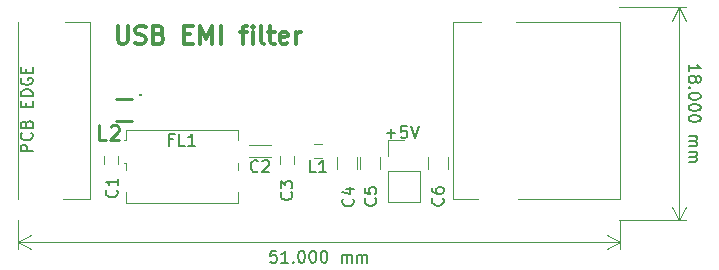
<source format=gbr>
G04 #@! TF.GenerationSoftware,KiCad,Pcbnew,(5.1.0-11-g23086decc)*
G04 #@! TF.CreationDate,2019-04-24T18:44:19+02:00*
G04 #@! TF.ProjectId,USB-EMI-Filter,5553422d-454d-4492-9d46-696c7465722e,rev?*
G04 #@! TF.SameCoordinates,Original*
G04 #@! TF.FileFunction,Legend,Top*
G04 #@! TF.FilePolarity,Positive*
%FSLAX46Y46*%
G04 Gerber Fmt 4.6, Leading zero omitted, Abs format (unit mm)*
G04 Created by KiCad (PCBNEW (5.1.0-11-g23086decc)) date 2019-04-24 18:44:19*
%MOMM*%
%LPD*%
G04 APERTURE LIST*
%ADD10C,0.150000*%
%ADD11C,0.120000*%
%ADD12C,0.200000*%
%ADD13C,0.300000*%
%ADD14C,0.254000*%
G04 APERTURE END LIST*
D10*
X147880952Y-129122380D02*
X147404761Y-129122380D01*
X147357142Y-129598571D01*
X147404761Y-129550952D01*
X147500000Y-129503333D01*
X147738095Y-129503333D01*
X147833333Y-129550952D01*
X147880952Y-129598571D01*
X147928571Y-129693809D01*
X147928571Y-129931904D01*
X147880952Y-130027142D01*
X147833333Y-130074761D01*
X147738095Y-130122380D01*
X147500000Y-130122380D01*
X147404761Y-130074761D01*
X147357142Y-130027142D01*
X148880952Y-130122380D02*
X148309523Y-130122380D01*
X148595238Y-130122380D02*
X148595238Y-129122380D01*
X148500000Y-129265238D01*
X148404761Y-129360476D01*
X148309523Y-129408095D01*
X149309523Y-130027142D02*
X149357142Y-130074761D01*
X149309523Y-130122380D01*
X149261904Y-130074761D01*
X149309523Y-130027142D01*
X149309523Y-130122380D01*
X149976190Y-129122380D02*
X150071428Y-129122380D01*
X150166666Y-129170000D01*
X150214285Y-129217619D01*
X150261904Y-129312857D01*
X150309523Y-129503333D01*
X150309523Y-129741428D01*
X150261904Y-129931904D01*
X150214285Y-130027142D01*
X150166666Y-130074761D01*
X150071428Y-130122380D01*
X149976190Y-130122380D01*
X149880952Y-130074761D01*
X149833333Y-130027142D01*
X149785714Y-129931904D01*
X149738095Y-129741428D01*
X149738095Y-129503333D01*
X149785714Y-129312857D01*
X149833333Y-129217619D01*
X149880952Y-129170000D01*
X149976190Y-129122380D01*
X150928571Y-129122380D02*
X151023809Y-129122380D01*
X151119047Y-129170000D01*
X151166666Y-129217619D01*
X151214285Y-129312857D01*
X151261904Y-129503333D01*
X151261904Y-129741428D01*
X151214285Y-129931904D01*
X151166666Y-130027142D01*
X151119047Y-130074761D01*
X151023809Y-130122380D01*
X150928571Y-130122380D01*
X150833333Y-130074761D01*
X150785714Y-130027142D01*
X150738095Y-129931904D01*
X150690476Y-129741428D01*
X150690476Y-129503333D01*
X150738095Y-129312857D01*
X150785714Y-129217619D01*
X150833333Y-129170000D01*
X150928571Y-129122380D01*
X151880952Y-129122380D02*
X151976190Y-129122380D01*
X152071428Y-129170000D01*
X152119047Y-129217619D01*
X152166666Y-129312857D01*
X152214285Y-129503333D01*
X152214285Y-129741428D01*
X152166666Y-129931904D01*
X152119047Y-130027142D01*
X152071428Y-130074761D01*
X151976190Y-130122380D01*
X151880952Y-130122380D01*
X151785714Y-130074761D01*
X151738095Y-130027142D01*
X151690476Y-129931904D01*
X151642857Y-129741428D01*
X151642857Y-129503333D01*
X151690476Y-129312857D01*
X151738095Y-129217619D01*
X151785714Y-129170000D01*
X151880952Y-129122380D01*
X153404761Y-130122380D02*
X153404761Y-129455714D01*
X153404761Y-129550952D02*
X153452380Y-129503333D01*
X153547619Y-129455714D01*
X153690476Y-129455714D01*
X153785714Y-129503333D01*
X153833333Y-129598571D01*
X153833333Y-130122380D01*
X153833333Y-129598571D02*
X153880952Y-129503333D01*
X153976190Y-129455714D01*
X154119047Y-129455714D01*
X154214285Y-129503333D01*
X154261904Y-129598571D01*
X154261904Y-130122380D01*
X154738095Y-130122380D02*
X154738095Y-129455714D01*
X154738095Y-129550952D02*
X154785714Y-129503333D01*
X154880952Y-129455714D01*
X155023809Y-129455714D01*
X155119047Y-129503333D01*
X155166666Y-129598571D01*
X155166666Y-130122380D01*
X155166666Y-129598571D02*
X155214285Y-129503333D01*
X155309523Y-129455714D01*
X155452380Y-129455714D01*
X155547619Y-129503333D01*
X155595238Y-129598571D01*
X155595238Y-130122380D01*
D11*
X177000000Y-128400000D02*
X126000000Y-128400000D01*
X177000000Y-126500000D02*
X177000000Y-128986421D01*
X126000000Y-126500000D02*
X126000000Y-128986421D01*
X126000000Y-128400000D02*
X127126504Y-127813579D01*
X126000000Y-128400000D02*
X127126504Y-128986421D01*
X177000000Y-128400000D02*
X175873496Y-127813579D01*
X177000000Y-128400000D02*
X175873496Y-128986421D01*
D10*
X182817619Y-113928571D02*
X182817619Y-113357142D01*
X182817619Y-113642857D02*
X183817619Y-113642857D01*
X183674761Y-113547619D01*
X183579523Y-113452380D01*
X183531904Y-113357142D01*
X183389047Y-114500000D02*
X183436666Y-114404761D01*
X183484285Y-114357142D01*
X183579523Y-114309523D01*
X183627142Y-114309523D01*
X183722380Y-114357142D01*
X183770000Y-114404761D01*
X183817619Y-114500000D01*
X183817619Y-114690476D01*
X183770000Y-114785714D01*
X183722380Y-114833333D01*
X183627142Y-114880952D01*
X183579523Y-114880952D01*
X183484285Y-114833333D01*
X183436666Y-114785714D01*
X183389047Y-114690476D01*
X183389047Y-114500000D01*
X183341428Y-114404761D01*
X183293809Y-114357142D01*
X183198571Y-114309523D01*
X183008095Y-114309523D01*
X182912857Y-114357142D01*
X182865238Y-114404761D01*
X182817619Y-114500000D01*
X182817619Y-114690476D01*
X182865238Y-114785714D01*
X182912857Y-114833333D01*
X183008095Y-114880952D01*
X183198571Y-114880952D01*
X183293809Y-114833333D01*
X183341428Y-114785714D01*
X183389047Y-114690476D01*
X182912857Y-115309523D02*
X182865238Y-115357142D01*
X182817619Y-115309523D01*
X182865238Y-115261904D01*
X182912857Y-115309523D01*
X182817619Y-115309523D01*
X183817619Y-115976190D02*
X183817619Y-116071428D01*
X183770000Y-116166666D01*
X183722380Y-116214285D01*
X183627142Y-116261904D01*
X183436666Y-116309523D01*
X183198571Y-116309523D01*
X183008095Y-116261904D01*
X182912857Y-116214285D01*
X182865238Y-116166666D01*
X182817619Y-116071428D01*
X182817619Y-115976190D01*
X182865238Y-115880952D01*
X182912857Y-115833333D01*
X183008095Y-115785714D01*
X183198571Y-115738095D01*
X183436666Y-115738095D01*
X183627142Y-115785714D01*
X183722380Y-115833333D01*
X183770000Y-115880952D01*
X183817619Y-115976190D01*
X183817619Y-116928571D02*
X183817619Y-117023809D01*
X183770000Y-117119047D01*
X183722380Y-117166666D01*
X183627142Y-117214285D01*
X183436666Y-117261904D01*
X183198571Y-117261904D01*
X183008095Y-117214285D01*
X182912857Y-117166666D01*
X182865238Y-117119047D01*
X182817619Y-117023809D01*
X182817619Y-116928571D01*
X182865238Y-116833333D01*
X182912857Y-116785714D01*
X183008095Y-116738095D01*
X183198571Y-116690476D01*
X183436666Y-116690476D01*
X183627142Y-116738095D01*
X183722380Y-116785714D01*
X183770000Y-116833333D01*
X183817619Y-116928571D01*
X183817619Y-117880952D02*
X183817619Y-117976190D01*
X183770000Y-118071428D01*
X183722380Y-118119047D01*
X183627142Y-118166666D01*
X183436666Y-118214285D01*
X183198571Y-118214285D01*
X183008095Y-118166666D01*
X182912857Y-118119047D01*
X182865238Y-118071428D01*
X182817619Y-117976190D01*
X182817619Y-117880952D01*
X182865238Y-117785714D01*
X182912857Y-117738095D01*
X183008095Y-117690476D01*
X183198571Y-117642857D01*
X183436666Y-117642857D01*
X183627142Y-117690476D01*
X183722380Y-117738095D01*
X183770000Y-117785714D01*
X183817619Y-117880952D01*
X182817619Y-119404761D02*
X183484285Y-119404761D01*
X183389047Y-119404761D02*
X183436666Y-119452380D01*
X183484285Y-119547619D01*
X183484285Y-119690476D01*
X183436666Y-119785714D01*
X183341428Y-119833333D01*
X182817619Y-119833333D01*
X183341428Y-119833333D02*
X183436666Y-119880952D01*
X183484285Y-119976190D01*
X183484285Y-120119047D01*
X183436666Y-120214285D01*
X183341428Y-120261904D01*
X182817619Y-120261904D01*
X182817619Y-120738095D02*
X183484285Y-120738095D01*
X183389047Y-120738095D02*
X183436666Y-120785714D01*
X183484285Y-120880952D01*
X183484285Y-121023809D01*
X183436666Y-121119047D01*
X183341428Y-121166666D01*
X182817619Y-121166666D01*
X183341428Y-121166666D02*
X183436666Y-121214285D01*
X183484285Y-121309523D01*
X183484285Y-121452380D01*
X183436666Y-121547619D01*
X183341428Y-121595238D01*
X182817619Y-121595238D01*
D11*
X182000000Y-108500000D02*
X182000000Y-126500000D01*
X176900000Y-108500000D02*
X182586421Y-108500000D01*
X176900000Y-126500000D02*
X182586421Y-126500000D01*
X182000000Y-126500000D02*
X181413579Y-125373496D01*
X182000000Y-126500000D02*
X182586421Y-125373496D01*
X182000000Y-108500000D02*
X181413579Y-109626504D01*
X182000000Y-108500000D02*
X182586421Y-109626504D01*
D12*
X157214285Y-119171428D02*
X157976190Y-119171428D01*
X157595238Y-119552380D02*
X157595238Y-118790476D01*
X158928571Y-118552380D02*
X158452380Y-118552380D01*
X158404761Y-119028571D01*
X158452380Y-118980952D01*
X158547619Y-118933333D01*
X158785714Y-118933333D01*
X158880952Y-118980952D01*
X158928571Y-119028571D01*
X158976190Y-119123809D01*
X158976190Y-119361904D01*
X158928571Y-119457142D01*
X158880952Y-119504761D01*
X158785714Y-119552380D01*
X158547619Y-119552380D01*
X158452380Y-119504761D01*
X158404761Y-119457142D01*
X159261904Y-118552380D02*
X159595238Y-119552380D01*
X159928571Y-118552380D01*
D13*
X134457142Y-110078571D02*
X134457142Y-111292857D01*
X134528571Y-111435714D01*
X134600000Y-111507142D01*
X134742857Y-111578571D01*
X135028571Y-111578571D01*
X135171428Y-111507142D01*
X135242857Y-111435714D01*
X135314285Y-111292857D01*
X135314285Y-110078571D01*
X135957142Y-111507142D02*
X136171428Y-111578571D01*
X136528571Y-111578571D01*
X136671428Y-111507142D01*
X136742857Y-111435714D01*
X136814285Y-111292857D01*
X136814285Y-111150000D01*
X136742857Y-111007142D01*
X136671428Y-110935714D01*
X136528571Y-110864285D01*
X136242857Y-110792857D01*
X136100000Y-110721428D01*
X136028571Y-110650000D01*
X135957142Y-110507142D01*
X135957142Y-110364285D01*
X136028571Y-110221428D01*
X136100000Y-110150000D01*
X136242857Y-110078571D01*
X136600000Y-110078571D01*
X136814285Y-110150000D01*
X137957142Y-110792857D02*
X138171428Y-110864285D01*
X138242857Y-110935714D01*
X138314285Y-111078571D01*
X138314285Y-111292857D01*
X138242857Y-111435714D01*
X138171428Y-111507142D01*
X138028571Y-111578571D01*
X137457142Y-111578571D01*
X137457142Y-110078571D01*
X137957142Y-110078571D01*
X138100000Y-110150000D01*
X138171428Y-110221428D01*
X138242857Y-110364285D01*
X138242857Y-110507142D01*
X138171428Y-110650000D01*
X138100000Y-110721428D01*
X137957142Y-110792857D01*
X137457142Y-110792857D01*
X140100000Y-110792857D02*
X140600000Y-110792857D01*
X140814285Y-111578571D02*
X140100000Y-111578571D01*
X140100000Y-110078571D01*
X140814285Y-110078571D01*
X141457142Y-111578571D02*
X141457142Y-110078571D01*
X141957142Y-111150000D01*
X142457142Y-110078571D01*
X142457142Y-111578571D01*
X143171428Y-111578571D02*
X143171428Y-110078571D01*
X144814285Y-110578571D02*
X145385714Y-110578571D01*
X145028571Y-111578571D02*
X145028571Y-110292857D01*
X145100000Y-110150000D01*
X145242857Y-110078571D01*
X145385714Y-110078571D01*
X145885714Y-111578571D02*
X145885714Y-110578571D01*
X145885714Y-110078571D02*
X145814285Y-110150000D01*
X145885714Y-110221428D01*
X145957142Y-110150000D01*
X145885714Y-110078571D01*
X145885714Y-110221428D01*
X146814285Y-111578571D02*
X146671428Y-111507142D01*
X146600000Y-111364285D01*
X146600000Y-110078571D01*
X147171428Y-110578571D02*
X147742857Y-110578571D01*
X147385714Y-110078571D02*
X147385714Y-111364285D01*
X147457142Y-111507142D01*
X147600000Y-111578571D01*
X147742857Y-111578571D01*
X148814285Y-111507142D02*
X148671428Y-111578571D01*
X148385714Y-111578571D01*
X148242857Y-111507142D01*
X148171428Y-111364285D01*
X148171428Y-110792857D01*
X148242857Y-110650000D01*
X148385714Y-110578571D01*
X148671428Y-110578571D01*
X148814285Y-110650000D01*
X148885714Y-110792857D01*
X148885714Y-110935714D01*
X148171428Y-111078571D01*
X149528571Y-111578571D02*
X149528571Y-110578571D01*
X149528571Y-110864285D02*
X149600000Y-110721428D01*
X149671428Y-110650000D01*
X149814285Y-110578571D01*
X149957142Y-110578571D01*
D11*
X157370000Y-124970000D02*
X160030000Y-124970000D01*
X157370000Y-122370000D02*
X157370000Y-124970000D01*
X160030000Y-122370000D02*
X160030000Y-124970000D01*
X157370000Y-122370000D02*
X160030000Y-122370000D01*
X157370000Y-121100000D02*
X157370000Y-119770000D01*
X157370000Y-119770000D02*
X158700000Y-119770000D01*
X162450000Y-122200000D02*
X162450000Y-121200000D01*
X160750000Y-121200000D02*
X160750000Y-122200000D01*
X156650000Y-122200000D02*
X156650000Y-121200000D01*
X154950000Y-121200000D02*
X154950000Y-122200000D01*
D14*
X136373430Y-115924000D02*
G75*
G03X136373430Y-115924000I-42430J0D01*
G01*
X135638330Y-116300000D02*
X134348670Y-116300000D01*
X135662330Y-118100000D02*
X134337000Y-118100000D01*
D11*
X168350000Y-124700000D02*
X176950000Y-124700000D01*
X168150000Y-109710000D02*
X176950000Y-109710000D01*
X176950000Y-109710000D02*
X176950000Y-124700000D01*
X162860000Y-109710000D02*
X162860000Y-124700000D01*
X162860000Y-124700000D02*
X164980000Y-124700000D01*
X162860000Y-109710000D02*
X165190000Y-109710000D01*
X132140000Y-124700000D02*
X129810000Y-124700000D01*
X132140000Y-109710000D02*
X130020000Y-109710000D01*
X132140000Y-124700000D02*
X132140000Y-109710000D01*
X126000000Y-124740000D02*
X126000000Y-109750000D01*
X151750000Y-121250000D02*
X151050000Y-121250000D01*
X151050000Y-120050000D02*
X151750000Y-120050000D01*
X144600000Y-121650000D02*
X144600000Y-122250000D01*
X135000000Y-121650000D02*
X135200000Y-121650000D01*
X135200000Y-121650000D02*
X135200000Y-122250000D01*
X135200000Y-119750000D02*
X135000000Y-119750000D01*
X135000000Y-119750000D02*
X135100000Y-119750000D01*
X135200000Y-118850000D02*
X144600000Y-118850000D01*
X135200000Y-118850000D02*
X135200000Y-119750000D01*
X144600000Y-118850000D02*
X144600000Y-119750000D01*
X135200000Y-125050000D02*
X135200000Y-124150000D01*
X144600000Y-125050000D02*
X144600000Y-124150000D01*
X144600000Y-125050000D02*
X135200000Y-125050000D01*
X154750000Y-122200000D02*
X154750000Y-121200000D01*
X153050000Y-121200000D02*
X153050000Y-122200000D01*
X148200000Y-121750000D02*
X148200000Y-121050000D01*
X149400000Y-121050000D02*
X149400000Y-121750000D01*
X147450000Y-121150000D02*
X145550000Y-121150000D01*
X145550000Y-120150000D02*
X147450000Y-120150000D01*
X133300000Y-121750000D02*
X133300000Y-121050000D01*
X134500000Y-121050000D02*
X134500000Y-121750000D01*
D10*
X161957142Y-124666666D02*
X162004761Y-124714285D01*
X162052380Y-124857142D01*
X162052380Y-124952380D01*
X162004761Y-125095238D01*
X161909523Y-125190476D01*
X161814285Y-125238095D01*
X161623809Y-125285714D01*
X161480952Y-125285714D01*
X161290476Y-125238095D01*
X161195238Y-125190476D01*
X161100000Y-125095238D01*
X161052380Y-124952380D01*
X161052380Y-124857142D01*
X161100000Y-124714285D01*
X161147619Y-124666666D01*
X161052380Y-123809523D02*
X161052380Y-124000000D01*
X161100000Y-124095238D01*
X161147619Y-124142857D01*
X161290476Y-124238095D01*
X161480952Y-124285714D01*
X161861904Y-124285714D01*
X161957142Y-124238095D01*
X162004761Y-124190476D01*
X162052380Y-124095238D01*
X162052380Y-123904761D01*
X162004761Y-123809523D01*
X161957142Y-123761904D01*
X161861904Y-123714285D01*
X161623809Y-123714285D01*
X161528571Y-123761904D01*
X161480952Y-123809523D01*
X161433333Y-123904761D01*
X161433333Y-124095238D01*
X161480952Y-124190476D01*
X161528571Y-124238095D01*
X161623809Y-124285714D01*
X156257142Y-124666666D02*
X156304761Y-124714285D01*
X156352380Y-124857142D01*
X156352380Y-124952380D01*
X156304761Y-125095238D01*
X156209523Y-125190476D01*
X156114285Y-125238095D01*
X155923809Y-125285714D01*
X155780952Y-125285714D01*
X155590476Y-125238095D01*
X155495238Y-125190476D01*
X155400000Y-125095238D01*
X155352380Y-124952380D01*
X155352380Y-124857142D01*
X155400000Y-124714285D01*
X155447619Y-124666666D01*
X155352380Y-123761904D02*
X155352380Y-124238095D01*
X155828571Y-124285714D01*
X155780952Y-124238095D01*
X155733333Y-124142857D01*
X155733333Y-123904761D01*
X155780952Y-123809523D01*
X155828571Y-123761904D01*
X155923809Y-123714285D01*
X156161904Y-123714285D01*
X156257142Y-123761904D01*
X156304761Y-123809523D01*
X156352380Y-123904761D01*
X156352380Y-124142857D01*
X156304761Y-124238095D01*
X156257142Y-124285714D01*
D14*
X133488333Y-119774523D02*
X132883571Y-119774523D01*
X132883571Y-118504523D01*
X133851190Y-118625476D02*
X133911666Y-118565000D01*
X134032619Y-118504523D01*
X134335000Y-118504523D01*
X134455952Y-118565000D01*
X134516428Y-118625476D01*
X134576904Y-118746428D01*
X134576904Y-118867380D01*
X134516428Y-119048809D01*
X133790714Y-119774523D01*
X134576904Y-119774523D01*
D10*
X127252380Y-120697619D02*
X126252380Y-120697619D01*
X126252380Y-120316666D01*
X126300000Y-120221428D01*
X126347619Y-120173809D01*
X126442857Y-120126190D01*
X126585714Y-120126190D01*
X126680952Y-120173809D01*
X126728571Y-120221428D01*
X126776190Y-120316666D01*
X126776190Y-120697619D01*
X127157142Y-119126190D02*
X127204761Y-119173809D01*
X127252380Y-119316666D01*
X127252380Y-119411904D01*
X127204761Y-119554761D01*
X127109523Y-119650000D01*
X127014285Y-119697619D01*
X126823809Y-119745238D01*
X126680952Y-119745238D01*
X126490476Y-119697619D01*
X126395238Y-119650000D01*
X126300000Y-119554761D01*
X126252380Y-119411904D01*
X126252380Y-119316666D01*
X126300000Y-119173809D01*
X126347619Y-119126190D01*
X126728571Y-118364285D02*
X126776190Y-118221428D01*
X126823809Y-118173809D01*
X126919047Y-118126190D01*
X127061904Y-118126190D01*
X127157142Y-118173809D01*
X127204761Y-118221428D01*
X127252380Y-118316666D01*
X127252380Y-118697619D01*
X126252380Y-118697619D01*
X126252380Y-118364285D01*
X126300000Y-118269047D01*
X126347619Y-118221428D01*
X126442857Y-118173809D01*
X126538095Y-118173809D01*
X126633333Y-118221428D01*
X126680952Y-118269047D01*
X126728571Y-118364285D01*
X126728571Y-118697619D01*
X126728571Y-116935714D02*
X126728571Y-116602380D01*
X127252380Y-116459523D02*
X127252380Y-116935714D01*
X126252380Y-116935714D01*
X126252380Y-116459523D01*
X127252380Y-116030952D02*
X126252380Y-116030952D01*
X126252380Y-115792857D01*
X126300000Y-115650000D01*
X126395238Y-115554761D01*
X126490476Y-115507142D01*
X126680952Y-115459523D01*
X126823809Y-115459523D01*
X127014285Y-115507142D01*
X127109523Y-115554761D01*
X127204761Y-115650000D01*
X127252380Y-115792857D01*
X127252380Y-116030952D01*
X126300000Y-114507142D02*
X126252380Y-114602380D01*
X126252380Y-114745238D01*
X126300000Y-114888095D01*
X126395238Y-114983333D01*
X126490476Y-115030952D01*
X126680952Y-115078571D01*
X126823809Y-115078571D01*
X127014285Y-115030952D01*
X127109523Y-114983333D01*
X127204761Y-114888095D01*
X127252380Y-114745238D01*
X127252380Y-114650000D01*
X127204761Y-114507142D01*
X127157142Y-114459523D01*
X126823809Y-114459523D01*
X126823809Y-114650000D01*
X126728571Y-114030952D02*
X126728571Y-113697619D01*
X127252380Y-113554761D02*
X127252380Y-114030952D01*
X126252380Y-114030952D01*
X126252380Y-113554761D01*
X151233333Y-122452380D02*
X150757142Y-122452380D01*
X150757142Y-121452380D01*
X152090476Y-122452380D02*
X151519047Y-122452380D01*
X151804761Y-122452380D02*
X151804761Y-121452380D01*
X151709523Y-121595238D01*
X151614285Y-121690476D01*
X151519047Y-121738095D01*
X139161904Y-119678571D02*
X138828571Y-119678571D01*
X138828571Y-120202380D02*
X138828571Y-119202380D01*
X139304761Y-119202380D01*
X140161904Y-120202380D02*
X139685714Y-120202380D01*
X139685714Y-119202380D01*
X141019047Y-120202380D02*
X140447619Y-120202380D01*
X140733333Y-120202380D02*
X140733333Y-119202380D01*
X140638095Y-119345238D01*
X140542857Y-119440476D01*
X140447619Y-119488095D01*
X154357142Y-124716666D02*
X154404761Y-124764285D01*
X154452380Y-124907142D01*
X154452380Y-125002380D01*
X154404761Y-125145238D01*
X154309523Y-125240476D01*
X154214285Y-125288095D01*
X154023809Y-125335714D01*
X153880952Y-125335714D01*
X153690476Y-125288095D01*
X153595238Y-125240476D01*
X153500000Y-125145238D01*
X153452380Y-125002380D01*
X153452380Y-124907142D01*
X153500000Y-124764285D01*
X153547619Y-124716666D01*
X153785714Y-123859523D02*
X154452380Y-123859523D01*
X153404761Y-124097619D02*
X154119047Y-124335714D01*
X154119047Y-123716666D01*
X149157142Y-124166666D02*
X149204761Y-124214285D01*
X149252380Y-124357142D01*
X149252380Y-124452380D01*
X149204761Y-124595238D01*
X149109523Y-124690476D01*
X149014285Y-124738095D01*
X148823809Y-124785714D01*
X148680952Y-124785714D01*
X148490476Y-124738095D01*
X148395238Y-124690476D01*
X148300000Y-124595238D01*
X148252380Y-124452380D01*
X148252380Y-124357142D01*
X148300000Y-124214285D01*
X148347619Y-124166666D01*
X148252380Y-123833333D02*
X148252380Y-123214285D01*
X148633333Y-123547619D01*
X148633333Y-123404761D01*
X148680952Y-123309523D01*
X148728571Y-123261904D01*
X148823809Y-123214285D01*
X149061904Y-123214285D01*
X149157142Y-123261904D01*
X149204761Y-123309523D01*
X149252380Y-123404761D01*
X149252380Y-123690476D01*
X149204761Y-123785714D01*
X149157142Y-123833333D01*
X146333333Y-122357142D02*
X146285714Y-122404761D01*
X146142857Y-122452380D01*
X146047619Y-122452380D01*
X145904761Y-122404761D01*
X145809523Y-122309523D01*
X145761904Y-122214285D01*
X145714285Y-122023809D01*
X145714285Y-121880952D01*
X145761904Y-121690476D01*
X145809523Y-121595238D01*
X145904761Y-121500000D01*
X146047619Y-121452380D01*
X146142857Y-121452380D01*
X146285714Y-121500000D01*
X146333333Y-121547619D01*
X146714285Y-121547619D02*
X146761904Y-121500000D01*
X146857142Y-121452380D01*
X147095238Y-121452380D01*
X147190476Y-121500000D01*
X147238095Y-121547619D01*
X147285714Y-121642857D01*
X147285714Y-121738095D01*
X147238095Y-121880952D01*
X146666666Y-122452380D01*
X147285714Y-122452380D01*
X134357142Y-123966666D02*
X134404761Y-124014285D01*
X134452380Y-124157142D01*
X134452380Y-124252380D01*
X134404761Y-124395238D01*
X134309523Y-124490476D01*
X134214285Y-124538095D01*
X134023809Y-124585714D01*
X133880952Y-124585714D01*
X133690476Y-124538095D01*
X133595238Y-124490476D01*
X133500000Y-124395238D01*
X133452380Y-124252380D01*
X133452380Y-124157142D01*
X133500000Y-124014285D01*
X133547619Y-123966666D01*
X134452380Y-123014285D02*
X134452380Y-123585714D01*
X134452380Y-123300000D02*
X133452380Y-123300000D01*
X133595238Y-123395238D01*
X133690476Y-123490476D01*
X133738095Y-123585714D01*
M02*

</source>
